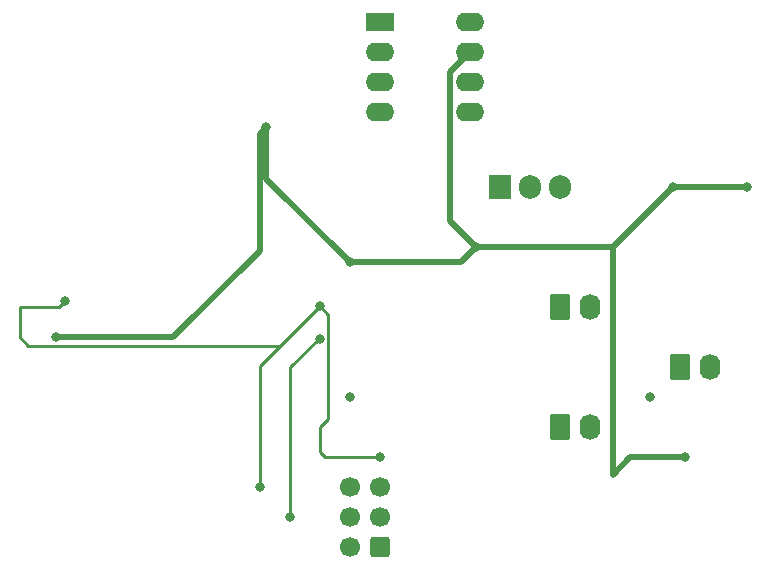
<source format=gbl>
G04 #@! TF.GenerationSoftware,KiCad,Pcbnew,7.0.10*
G04 #@! TF.CreationDate,2024-03-26T17:49:21-05:00*
G04 #@! TF.ProjectId,key,6b65792e-6b69-4636-9164-5f7063625858,rev?*
G04 #@! TF.SameCoordinates,Original*
G04 #@! TF.FileFunction,Copper,L2,Bot*
G04 #@! TF.FilePolarity,Positive*
%FSLAX46Y46*%
G04 Gerber Fmt 4.6, Leading zero omitted, Abs format (unit mm)*
G04 Created by KiCad (PCBNEW 7.0.10) date 2024-03-26 17:49:21*
%MOMM*%
%LPD*%
G01*
G04 APERTURE LIST*
G04 Aperture macros list*
%AMRoundRect*
0 Rectangle with rounded corners*
0 $1 Rounding radius*
0 $2 $3 $4 $5 $6 $7 $8 $9 X,Y pos of 4 corners*
0 Add a 4 corners polygon primitive as box body*
4,1,4,$2,$3,$4,$5,$6,$7,$8,$9,$2,$3,0*
0 Add four circle primitives for the rounded corners*
1,1,$1+$1,$2,$3*
1,1,$1+$1,$4,$5*
1,1,$1+$1,$6,$7*
1,1,$1+$1,$8,$9*
0 Add four rect primitives between the rounded corners*
20,1,$1+$1,$2,$3,$4,$5,0*
20,1,$1+$1,$4,$5,$6,$7,0*
20,1,$1+$1,$6,$7,$8,$9,0*
20,1,$1+$1,$8,$9,$2,$3,0*%
G04 Aperture macros list end*
G04 #@! TA.AperFunction,ComponentPad*
%ADD10RoundRect,0.250000X-0.620000X-0.845000X0.620000X-0.845000X0.620000X0.845000X-0.620000X0.845000X0*%
G04 #@! TD*
G04 #@! TA.AperFunction,ComponentPad*
%ADD11O,1.740000X2.190000*%
G04 #@! TD*
G04 #@! TA.AperFunction,ComponentPad*
%ADD12R,1.905000X2.000000*%
G04 #@! TD*
G04 #@! TA.AperFunction,ComponentPad*
%ADD13O,1.905000X2.000000*%
G04 #@! TD*
G04 #@! TA.AperFunction,ComponentPad*
%ADD14RoundRect,0.250000X0.600000X0.600000X-0.600000X0.600000X-0.600000X-0.600000X0.600000X-0.600000X0*%
G04 #@! TD*
G04 #@! TA.AperFunction,ComponentPad*
%ADD15C,1.700000*%
G04 #@! TD*
G04 #@! TA.AperFunction,ComponentPad*
%ADD16R,2.400000X1.600000*%
G04 #@! TD*
G04 #@! TA.AperFunction,ComponentPad*
%ADD17O,2.400000X1.600000*%
G04 #@! TD*
G04 #@! TA.AperFunction,ViaPad*
%ADD18C,0.800000*%
G04 #@! TD*
G04 #@! TA.AperFunction,Conductor*
%ADD19C,0.508000*%
G04 #@! TD*
G04 #@! TA.AperFunction,Conductor*
%ADD20C,0.254000*%
G04 #@! TD*
G04 APERTURE END LIST*
D10*
G04 #@! TO.P,J1,1,Pin_1*
G04 #@! TO.N,GND*
X144780000Y-78740000D03*
D11*
G04 #@! TO.P,J1,2,Pin_2*
G04 #@! TO.N,Net-(J1-Pin_2)*
X147320000Y-78740000D03*
G04 #@! TD*
D10*
G04 #@! TO.P,J2,1,Pin_1*
G04 #@! TO.N,Net-(J2-Pin_1)*
X144780000Y-68580000D03*
D11*
G04 #@! TO.P,J2,2,Pin_2*
G04 #@! TO.N,GND*
X147320000Y-68580000D03*
G04 #@! TD*
D12*
G04 #@! TO.P,Q1,1,G*
G04 #@! TO.N,Net-(Q1-G)*
X139700000Y-58420000D03*
D13*
G04 #@! TO.P,Q1,2,D*
G04 #@! TO.N,/confirmation*
X142240000Y-58420000D03*
G04 #@! TO.P,Q1,3,S*
G04 #@! TO.N,GND*
X144780000Y-58420000D03*
G04 #@! TD*
D14*
G04 #@! TO.P,J4,1,MISO*
G04 #@! TO.N,/MISO*
X129540000Y-88900000D03*
D15*
G04 #@! TO.P,J4,2,VCC*
G04 #@! TO.N,Net-(D1-A)*
X127000000Y-88900000D03*
G04 #@! TO.P,J4,3,SCK*
G04 #@! TO.N,/SCK*
X129540000Y-86360000D03*
G04 #@! TO.P,J4,4,MOSI*
G04 #@! TO.N,/MOSI*
X127000000Y-86360000D03*
G04 #@! TO.P,J4,5,~{RST}*
G04 #@! TO.N,/RST*
X129540000Y-83820000D03*
G04 #@! TO.P,J4,6,GND*
G04 #@! TO.N,GND*
X127000000Y-83820000D03*
G04 #@! TD*
D10*
G04 #@! TO.P,J3,1,Pin_1*
G04 #@! TO.N,GND*
X154940000Y-73660000D03*
D11*
G04 #@! TO.P,J3,2,Pin_2*
G04 #@! TO.N,Net-(J3-Pin_2)*
X157480000Y-73660000D03*
G04 #@! TD*
D16*
G04 #@! TO.P,U2,1,NULL*
G04 #@! TO.N,GND*
X129540000Y-44460000D03*
D17*
G04 #@! TO.P,U2,2,-*
G04 #@! TO.N,Net-(Q1-G)*
X129540000Y-47000000D03*
G04 #@! TO.P,U2,3,+*
G04 #@! TO.N,Net-(U2-+)*
X129540000Y-49540000D03*
G04 #@! TO.P,U2,4,V-*
G04 #@! TO.N,GND*
X129540000Y-52080000D03*
G04 #@! TO.P,U2,5,NULL*
X137160000Y-52080000D03*
G04 #@! TO.P,U2,6*
G04 #@! TO.N,Net-(Q1-G)*
X137160000Y-49540000D03*
G04 #@! TO.P,U2,7,V+*
G04 #@! TO.N,+3.3V*
X137160000Y-47000000D03*
G04 #@! TO.P,U2,8,NC*
G04 #@! TO.N,unconnected-(U2-NC-Pad8)*
X137160000Y-44460000D03*
G04 #@! TD*
D18*
G04 #@! TO.N,GND*
X152400000Y-76200000D03*
X152400000Y-76200000D03*
G04 #@! TO.N,+3.3V*
X154330000Y-58420000D03*
X160630000Y-58420000D03*
X119920000Y-53340000D03*
X127000000Y-64770000D03*
X155405000Y-81280000D03*
X102095000Y-71120000D03*
X137700000Y-63500000D03*
X155405000Y-81280000D03*
G04 #@! TO.N,/RST*
X102920000Y-68041200D03*
X119380000Y-83820000D03*
X129540000Y-81280000D03*
X124460000Y-68496000D03*
G04 #@! TO.N,/Csn*
X127000000Y-76200000D03*
G04 #@! TO.N,/MOSI*
X121920000Y-86360000D03*
X124460000Y-71220000D03*
G04 #@! TD*
D19*
G04 #@! TO.N,+3.3V*
X119380000Y-53880000D02*
X119920000Y-53340000D01*
X127000000Y-64770000D02*
X136430000Y-64770000D01*
X150715000Y-81280000D02*
X155405000Y-81280000D01*
X149250000Y-63500000D02*
X154330000Y-58420000D01*
X112069210Y-71120000D02*
X119380000Y-63809210D01*
X102095000Y-71120000D02*
X112069210Y-71120000D01*
X135506000Y-48654000D02*
X137160000Y-47000000D01*
X119920000Y-57690000D02*
X127000000Y-64770000D01*
X154330000Y-58420000D02*
X160630000Y-58420000D01*
X149250000Y-63500000D02*
X149250000Y-82745000D01*
X136430000Y-64770000D02*
X137700000Y-63500000D01*
X149250000Y-82745000D02*
X150715000Y-81280000D01*
X137700000Y-63500000D02*
X149250000Y-63500000D01*
X135506000Y-61306000D02*
X135506000Y-48654000D01*
X137700000Y-63500000D02*
X135506000Y-61306000D01*
X119380000Y-63809210D02*
X119380000Y-53880000D01*
X119920000Y-53340000D02*
X119920000Y-57690000D01*
D20*
G04 #@! TO.N,/RST*
X99060000Y-68580000D02*
X102381200Y-68580000D01*
X99787000Y-71847000D02*
X99060000Y-71120000D01*
X125187000Y-69223000D02*
X124460000Y-68496000D01*
X119380000Y-73576000D02*
X119380000Y-83820000D01*
X125187000Y-78013000D02*
X125187000Y-69223000D01*
X124460000Y-78740000D02*
X125187000Y-78013000D01*
X124914000Y-81280000D02*
X124460000Y-80826000D01*
X124460000Y-80826000D02*
X124460000Y-78740000D01*
X99060000Y-71120000D02*
X99060000Y-68580000D01*
X124460000Y-68496000D02*
X121109000Y-71847000D01*
X102381200Y-68580000D02*
X102920000Y-68041200D01*
X129540000Y-81280000D02*
X124914000Y-81280000D01*
X121109000Y-71847000D02*
X99787000Y-71847000D01*
X121109000Y-71847000D02*
X119380000Y-73576000D01*
G04 #@! TO.N,/MOSI*
X121920000Y-86360000D02*
X121920000Y-73660000D01*
X121920000Y-73660000D02*
X124360000Y-71220000D01*
X124360000Y-71220000D02*
X124460000Y-71220000D01*
G04 #@! TD*
M02*

</source>
